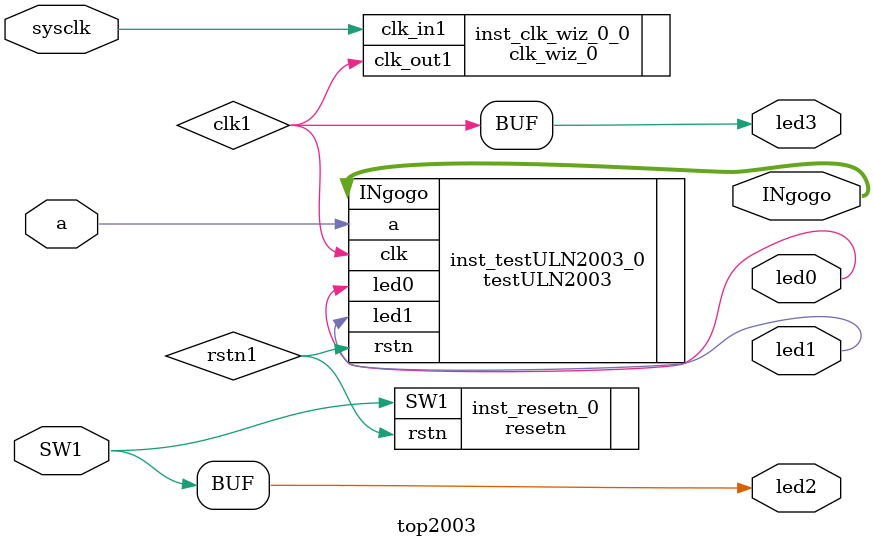
<source format=v>
module top2003
(
  input         a,
  input         SW1,
  input         sysclk,

  output  [3:0] INgogo,
  output        led0,
  output        led1,
  output        led2,
  output        led3
);

  wire clk1;
  wire rstn1;

  assign led2 = SW1;
  assign led3 = clk1;

  testULN2003 inst_testULN2003_0
  (
    .clk    ( clk1    ),
    .a      ( a       ),
    .rstn   ( rstn1   ),
    .INgogo ( INgogo  ),
    .led0   ( led0    ),
    .led1   ( led1    )
  );

  clk_wiz_0 inst_clk_wiz_0_0
  (
    .clk_out1 ( clk1    ),
    .clk_in1  ( sysclk  )
  );

  resetn inst_resetn_0
  (
    .SW1  ( SW1   ),
    .rstn ( rstn1 )
  );
endmodule
</source>
